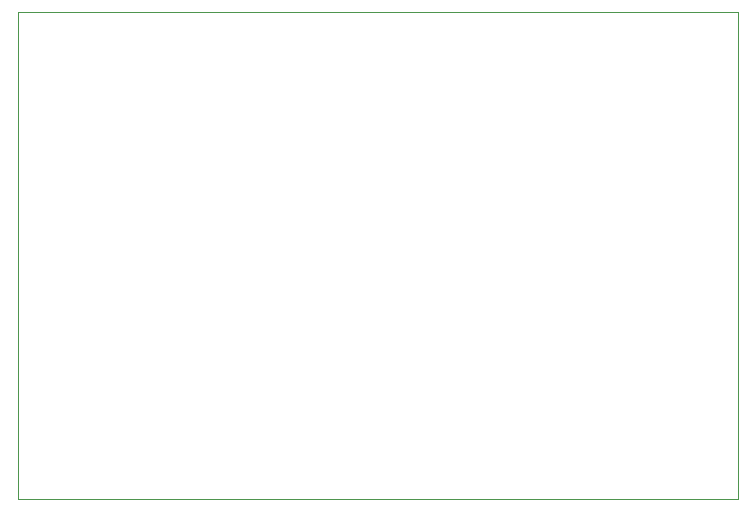
<source format=gbr>
%TF.GenerationSoftware,KiCad,Pcbnew,5.1.7-a382d34a8~88~ubuntu18.04.1*%
%TF.CreationDate,2021-02-25T09:30:43-05:00*%
%TF.ProjectId,DaqBoard,44617142-6f61-4726-942e-6b696361645f,rev?*%
%TF.SameCoordinates,Original*%
%TF.FileFunction,Profile,NP*%
%FSLAX46Y46*%
G04 Gerber Fmt 4.6, Leading zero omitted, Abs format (unit mm)*
G04 Created by KiCad (PCBNEW 5.1.7-a382d34a8~88~ubuntu18.04.1) date 2021-02-25 09:30:43*
%MOMM*%
%LPD*%
G01*
G04 APERTURE LIST*
%TA.AperFunction,Profile*%
%ADD10C,0.050000*%
%TD*%
G04 APERTURE END LIST*
D10*
X111760000Y-70485000D02*
X111760000Y-71120000D01*
X172720000Y-70485000D02*
X111760000Y-70485000D01*
X172720000Y-111760000D02*
X172720000Y-70485000D01*
X111760000Y-111760000D02*
X172720000Y-111760000D01*
X111760000Y-110490000D02*
X111760000Y-111760000D01*
X111760000Y-71120000D02*
X111760000Y-110490000D01*
M02*

</source>
